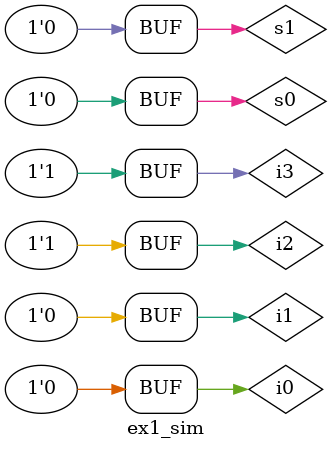
<source format=v>
`timescale 1ns / 1ps

module ex1_sim();
  reg i0, i1, i2, i3, s0, s1;
  wire out;
  
  ex1 uut(.i0(i0), .i1(i1), .i2(i2), .i3(i3), .s0(s0), .s1(s1), .out(out));
  
  initial begin
    i0 = 0; i1 = 0; i2 = 0; i3 = 0; s0 = 0; s1 = 0; #100;
    
    i0 = 1; #10;
    i0 = 0; i3 = 1; #10;
    s1 = 1; #10;
    i1 = 1; s0 = 0; s1 = 1; #10;
    i2 = 1; i1 = 0; s1 = 0; #10;
    
  end
endmodule

</source>
